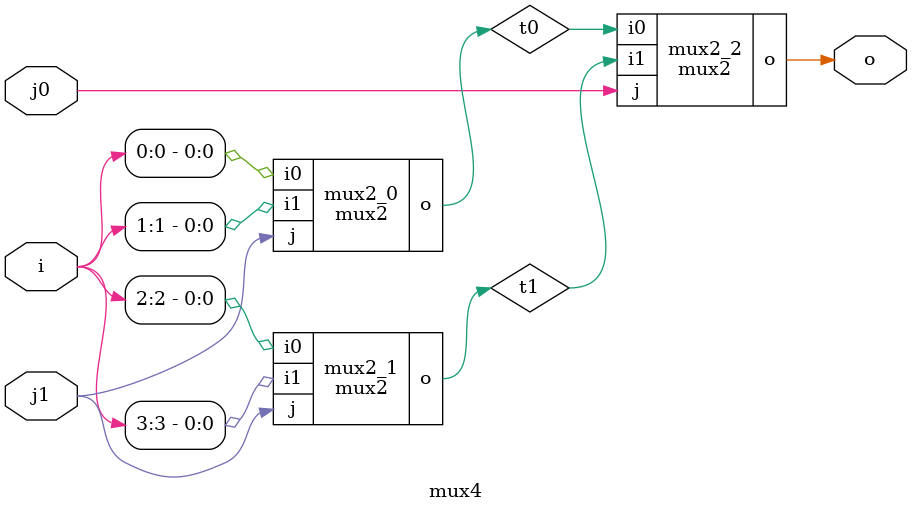
<source format=v>
module mux2 (input wire i0, i1, j, output wire o);
assign o = (~j & i0) | (j & i1);
endmodule

module mux4 (input wire [0:3] i, input wire j1, j0, output wire o);

wire t0, t1;

mux2 mux2_0 (i[0], i[1], j1, t0);
mux2 mux2_1 (i[2], i[3], j1, t1);
mux2 mux2_2 (t0, t1, j0, o);
endmodule
</source>
